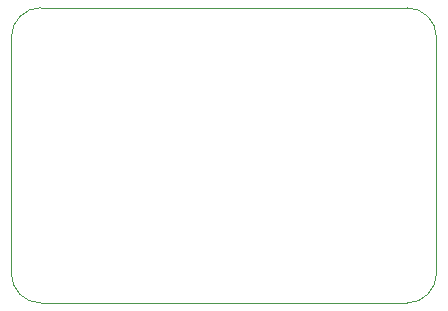
<source format=gbr>
%TF.GenerationSoftware,KiCad,Pcbnew,8.0.3*%
%TF.CreationDate,2024-06-23T17:04:57+02:00*%
%TF.ProjectId,Interface,496e7465-7266-4616-9365-2e6b69636164,rev?*%
%TF.SameCoordinates,Original*%
%TF.FileFunction,Profile,NP*%
%FSLAX46Y46*%
G04 Gerber Fmt 4.6, Leading zero omitted, Abs format (unit mm)*
G04 Created by KiCad (PCBNEW 8.0.3) date 2024-06-23 17:04:57*
%MOMM*%
%LPD*%
G01*
G04 APERTURE LIST*
%TA.AperFunction,Profile*%
%ADD10C,0.100000*%
%TD*%
G04 APERTURE END LIST*
D10*
X100000000Y-97500000D02*
X100000000Y-77500000D01*
X100000000Y-77500000D02*
G75*
G02*
X102500000Y-75000000I2500000J0D01*
G01*
X136000000Y-77500000D02*
X136000000Y-97500000D01*
X133500000Y-100000000D02*
X102500000Y-100000000D01*
X136000000Y-97500000D02*
G75*
G02*
X133500000Y-100000000I-2500000J0D01*
G01*
X133500000Y-75000000D02*
G75*
G02*
X136000000Y-77500000I0J-2500000D01*
G01*
X102500000Y-75000000D02*
X133500000Y-75000000D01*
X102500000Y-100000000D02*
G75*
G02*
X100000000Y-97500000I0J2500000D01*
G01*
M02*

</source>
